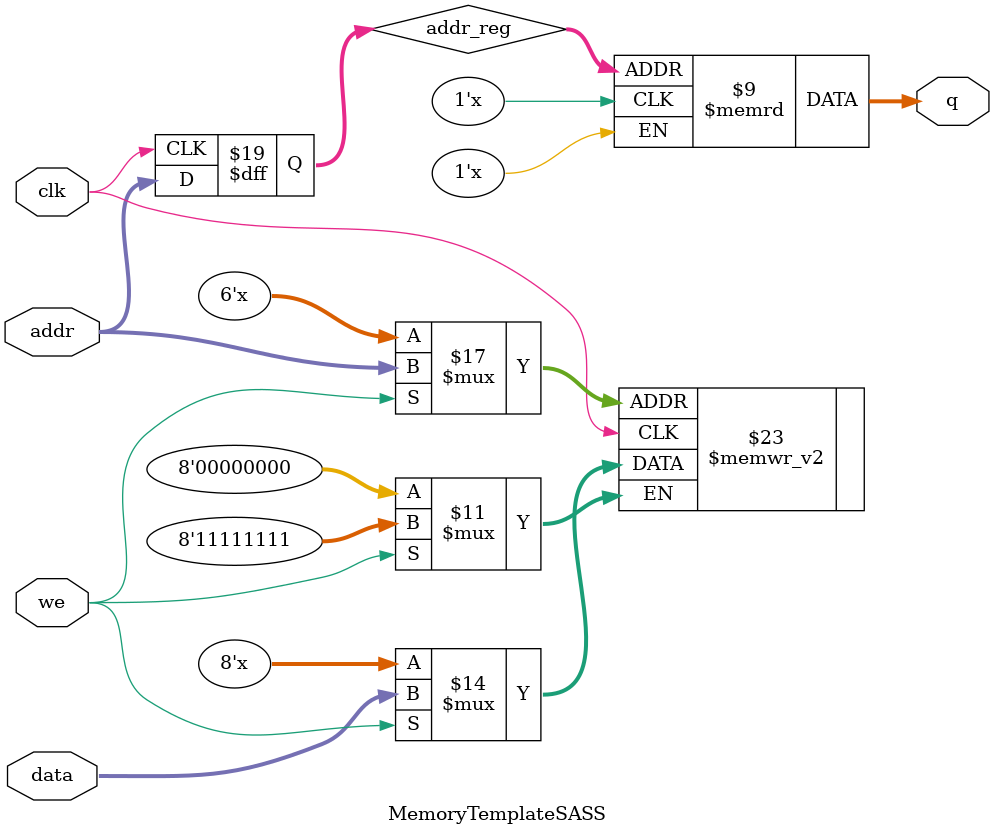
<source format=v>

module MemoryTemplateSASS 
#(parameter DATA_WIDTH=8, parameter ADDR_WIDTH=6)
(
    input [(DATA_WIDTH-1):0] data,           // Data input (to be written to RAM)
    input [(ADDR_WIDTH-1):0] addr,           // Address input (location in RAM)
    input we,                                // Write enable signal (when '1', data is written)
    input clk,                               // Clock signal for synchronization
    output [(DATA_WIDTH-1):0] q             // Data output (read from RAM)
);

    // Declare a memory array (RAM) of size 2^ADDR_WIDTH, each element is DATA_WIDTH bits wide
    reg [DATA_WIDTH-1:0] ram[2**ADDR_WIDTH-1:0];

    // Register for the address to synchronize with the read process
    reg [ADDR_WIDTH-1:0] addr_reg;

    // Always block to handle write operations and address registration
    always @ (posedge clk)
    begin
        // Perform write operation when write enable (we) is active
        if (we)
            ram[addr] <= data;  // Write the data to the RAM at the specified address

        // Register the current address to ensure stable read operations
        addr_reg <= addr;
    end

    // Continuous assignment to read data from RAM
    // The registered address (addr_reg) is used to access the RAM contents
    // so the read operation is synchronized with the clock.
    assign q = ram[addr_reg];  // Output the data stored at the registered address

endmodule

</source>
